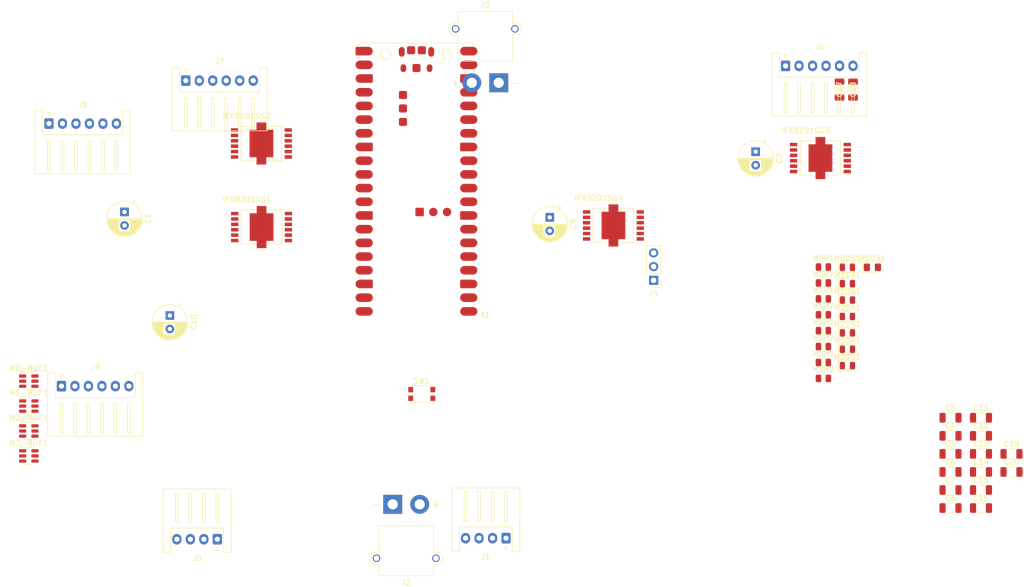
<source format=kicad_pcb>
(kicad_pcb (version 20240108) (generator "pcbnew") (generator_version "8.0")
  (layers (0 "F.Cu" signal) (31 "B.Cu" signal) (34 "B.Paste" user) (35 "F.Paste" user) (36 "B.SilkS" user "B.Silkscreen") (37 "F.SilkS" user "F.Silkscreen") (38 "B.Mask" user) (39 "F.Mask" user) (44 "Edge.Cuts" user))
  (net 0 "")
  (net 1 "3.3v")
  (net 4 "SCK")
  (net 5 "RESET")
  (net 8 "PICO TX")
  (net 9 "PICO RX")
  (net 10 "CSN")
  (net 15 "ADC")
  (net 17 "GND")
  (net 18 "+VM")
  (net 19 "M0-PWM")
  (net 20 "M0-SO")
  (net 21 "M0-B")
  (net 22 "M0-A")
  (net 23 "M0-DIR")
  (net 24 "M0-DIS")
  (net 25 "M1-PWM")
  (net 26 "M1-B")
  (net 27 "M1-DIS")
  (net 28 "M1-SO")
  (net 29 "M1-DIR")
  (net 30 "M1-A")
  (net 31 "M2-DIR")
  (net 32 "M2-SO")
  (net 33 "M2-DIS")
  (net 34 "M2-PWM")
  (net 35 "M2-A")
  (net 36 "M2-B")
  (net 37 "M3-DIR")
  (net 38 "M3-A")
  (net 39 "M3-B")
  (net 40 "M3-PWM")
  (net 41 "M3-DIS")
  (net 42 "Net-(A1-USB_GND)")
  (net 43 "Net-(A1-USB_DP)")
  (net 44 "Net-(A1-USB_DM)")
  (net 45 "GPIO17")
  (net 46 "5v")
  (net 47 "GPIO14")
  (net 48 "GPIO0")
  (net 49 "GPIO1")
  (net 50 "GPIO22")
  (net 51 "GPIO16")
  (net 52 "GPIO21")
  (net 53 "GPIO15")
  (net 54 "M3-Enc-A")
  (net 55 "M3-Enc-B")
  (net 56 "M2-Enc-B")
  (net 57 "M2-Enc-A")
  (net 58 "M1-Enc-B")
  (net 59 "M1-Enc-A")
  (net 60 "M0-Enc-B")
  (net 61 "M0-Enc-A")
  (net 62 "SERVO")
  (net 63 "12v")
  (net 64 "Net-(IFX9201SG1-VSO)")
  (net 65 "Net-(IFX9201SG2-VSO)")
  (net 66 "Net-(IFX9201SG3-VSO)")
  (net 67 "Net-(IFX9201SG4-VSO)")
  (net 68 "Net-(J6-Pin_5)")
  (net 69 "Net-(J6-Pin_6)")
  (net 70 "Net-(J7-Pin_5)")
  (net 71 "Net-(J7-Pin_6)")
  (net 72 "Net-(M0DA1-A)")
  (net 73 "Net-(M0DB1-A)")
  (net 74 "Net-(M1DA1-A)")
  (net 75 "Net-(M1DB1-A)")
  (net 76 "Net-(M2DA1-A)")
  (net 77 "Net-(M2DB1-A)")
  (net 78 "Net-(M3DA1-A)")
  (net 79 "Net-(M3DB1-A)")
  (net 80 "Net-(A1-VBUS)")
  (net 81 "Net-(J8-Pin_5)")
  (net 82 "Net-(J8-Pin_6)")
  (net 83 "Net-(J9-Pin_5)")
  (net 84 "Net-(J9-Pin_6)")
  (net 85 "Net-(J4-Pin_1)")
  (footprint "Connector_JST:JST_XH_S6B-XH-A_1x06_P2.50mm_Horizontal" (layer "F.Cu") (at 88.85 45.8325)
    (property "Reference" "J7" (at 6.25 -3.5 0) (layer "F.SilkS"))
    (property "Value" "M1")
    (pad "1" thru_hole roundrect (at 0 0) (size 1.7 1.95) (drill 0.95) (layers "*.Cu" "*.Mask") (roundrect_rratio 0.147059) (net 58 "M1-Enc-B"))
    (pad "2" thru_hole oval (at 2.5 0) (size 1.7 1.95) (drill 0.95) (layers "*.Cu" "*.Mask") (net 59 "M1-Enc-A"))
    (pad "3" thru_hole oval (at 5 0) (size 1.7 1.95) (drill 0.95) (layers "*.Cu" "*.Mask") (net 46 "5v"))
    (pad "4" thru_hole oval (at 7.5 0) (size 1.7 1.95) (drill 0.95) (layers "*.Cu" "*.Mask") (net 17 "GND"))
    (pad "5" thru_hole oval (at 10 0) (size 1.7 1.95) (drill 0.95) (layers "*.Cu" "*.Mask") (net 70 "Net-(J7-Pin_5)"))
    (pad "6" thru_hole oval (at 12.5 0) (size 1.7 1.95) (drill 0.95) (layers "*.Cu" "*.Mask") (net 71 "Net-(J7-Pin_6)"))
  )
  (footprint "Capacitor_SMD:C_1206_3216Metric" (layer "F.Cu") (at 230.5675 125.115)
    (property "Reference" "C8" (at 0 -1.85 0) (layer "F.SilkS"))
    (property "Value" "10n")
    (pad "1" smd roundrect (at -1.475 0) (size 1.15 1.8) (layers "F.Cu" "F.Paste" "F.Mask") (roundrect_rratio 0.217391) (net 22 "M0-A"))
    (pad "2" smd roundrect (at 1.475 0) (size 1.15 1.8) (layers "F.Cu" "F.Paste" "F.Mask") (roundrect_rratio 0.217391) (net 69 "Net-(J6-Pin_6)"))
  )
  (footprint "Capacitor_SMD:C_1206_3216Metric" (layer "F.Cu") (at 236.2175 121.765)
    (property "Reference" "C15" (at 0 -1.85 0) (layer "F.SilkS"))
    (property "Value" "10n")
    (pad "1" smd roundrect (at -1.475 0) (size 1.15 1.8) (layers "F.Cu" "F.Paste" "F.Mask") (roundrect_rratio 0.217391) (net 70 "Net-(J7-Pin_5)"))
    (pad "2" smd roundrect (at 1.475 0) (size 1.15 1.8) (layers "F.Cu" "F.Paste" "F.Mask") (roundrect_rratio 0.217391) (net 26 "M1-B"))
  )
  (footprint "Resistor_SMD:R_0805_2012Metric" (layer "F.Cu") (at 207.0125 98.115)
    (property "Reference" "M3R1" (at 0 -1.65 0) (layer "F.SilkS"))
    (property "Value" "R_Small")
    (pad "1" smd roundrect (at -0.9125 0) (size 1.025 1.4) (layers "F.Cu" "F.Paste" "F.Mask") (roundrect_rratio 0.243902) (net 49 "GPIO1"))
    (pad "2" smd roundrect (at 0.9125 0) (size 1.025 1.4) (layers "F.Cu" "F.Paste" "F.Mask") (roundrect_rratio 0.243902) (net 78 "Net-(M3DA1-A)"))
  )
  (footprint "Capacitor_THT:CP_Radial_D6.3mm_P2.50mm" (layer "F.Cu") (at 194.4625 59.017621 -90)
    (property "Reference" "C2" (at 1.25 -4.4 90) (layer "F.SilkS"))
    (property "Value" "100uF")
    (pad "1" thru_hole rect (at 0 0 270) (size 1.6 1.6) (drill 0.8) (layers "*.Cu" "*.Mask") (net 18 "+VM"))
    (pad "2" thru_hole circle (at 2.5 0 270) (size 1.6 1.6) (drill 0.8) (layers "*.Cu" "*.Mask") (net 17 "GND"))
  )
  (footprint "Capacitor_SMD:C_1206_3216Metric" (layer "F.Cu") (at 236.2175 125.115)
    (property "Reference" "C16" (at 0 -1.85 0) (layer "F.SilkS"))
    (property "Value" "10n")
    (pad "1" smd roundrect (at -1.475 0) (size 1.15 1.8) (layers "F.Cu" "F.Paste" "F.Mask") (roundrect_rratio 0.217391) (net 30 "M1-A"))
    (pad "2" smd roundrect (at 1.475 0) (size 1.15 1.8) (layers "F.Cu" "F.Paste" "F.Mask") (roundrect_rratio 0.217391) (net 71 "Net-(J7-Pin_6)"))
  )
  (footprint "Capacitor_SMD:C_1206_3216Metric" (layer "F.Cu") (at 236.2175 115.065)
    (property "Reference" "C13" (at 0 -1.85 0) (layer "F.SilkS"))
    (property "Value" "100n")
    (pad "1" smd roundrect (at -1.475 0) (size 1.15 1.8) (layers "F.Cu" "F.Paste" "F.Mask") (roundrect_rratio 0.217391) (net 1 "3.3v"))
    (pad "2" smd roundrect (at 1.475 0) (size 1.15 1.8) (layers "F.Cu" "F.Paste" "F.Mask") (roundrect_rratio 0.217391) (net 67 "Net-(IFX9201SG4-VSO)"))
  )
  (footprint "Resistor_SMD:R_0805_2012Metric" (layer "F.Cu") (at 207.0125 86.315)
    (property "Reference" "M1R1" (at 0 -1.65 0) (layer "F.SilkS"))
    (property "Value" "R_Small")
    (pad "1" smd roundrect (at -0.9125 0) (size 1.025 1.4) (layers "F.Cu" "F.Paste" "F.Mask") (roundrect_rratio 0.243902) (net 53 "GPIO15"))
    (pad "2" smd roundrect (at 0.9125 0) (size 1.025 1.4) (layers "F.Cu" "F.Paste" "F.Mask") (roundrect_rratio 0.243902) (net 74 "Net-(M1DA1-A)"))
  )
  (footprint "Capacitor_SMD:C_1206_3216Metric" (layer "F.Cu") (at 230.5675 118.415)
    (property "Reference" "C6" (at 0 -1.85 0) (layer "F.SilkS"))
    (property "Value" "100n")
    (pad "1" smd roundrect (at -1.475 0) (size 1.15 1.8) (layers "F.Cu" "F.Paste" "F.Mask") (roundrect_rratio 0.217391) (net 1 "3.3v"))
    (pad "2" smd roundrect (at 1.475 0) (size 1.15 1.8) (layers "F.Cu" "F.Paste" "F.Mask") (roundrect_rratio 0.217391) (net 65 "Net-(IFX9201SG2-VSO)"))
  )
  (footprint "Connector_AMASS:AMASS_XT30PW-M_1x02_P2.50mm_Horizontal" (layer "F.Cu") (at 146.85 46.2325)
    (property "Reference" "J3" (at -2.5 -14.5 0) (layer "F.SilkS"))
    (property "Value" "Ext Power")
    (fp_text user "-" (at 3 0 0) (layer "F.SilkS") (effects (font (size 1.5 1.5))))
    (fp_text user "+" (at -8 0 0) (layer "F.SilkS") (effects (font (size 1.5 1.5))))
    (pad "" thru_hole circle (at -8 -10) (size 1.4 1.4) (drill 1) (layers "*.Cu" "*.Mask"))
    (pad "" thru_hole circle (at 3 -10) (size 1.4 1.4) (drill 1) (layers "*.Cu" "*.Mask"))
    (pad "1" thru_hole rect (at 0 0) (size 3.5 3.5) (drill 1.9) (layers "*.Cu" "*.Mask") (net 63 "12v"))
    (pad "2" thru_hole circle (at -5 0) (size 3.5 3.5) (drill 1.9) (layers "*.Cu" "*.Mask") (net 46 "5v"))
  )
  (footprint "Button_Switch_SMD:SW_Push_1P1T_NO_CK_KMR2" (layer "F.Cu") (at 132.58 103.955)
    (property "Reference" "SW1" (at 0 -2.45 0) (layer "F.SilkS"))
    (property "Value" "SW_Push")
    (pad "1" smd rect (at -2.05 -0.8) (size 0.9 1) (layers "F.Cu" "F.Paste" "F.Mask") (net 5 "RESET"))
    (pad "1" smd rect (at 2.05 -0.8) (size 0.9 1) (layers "F.Cu" "F.Paste" "F.Mask") (net 5 "RESET"))
    (pad "2" smd rect (at -2.05 0.8) (size 0.9 1) (layers "F.Cu" "F.Paste" "F.Mask") (net 17 "GND"))
    (pad "2" smd rect (at 2.05 0.8) (size 0.9 1) (layers "F.Cu" "F.Paste" "F.Mask") (net 17 "GND"))
  )
  (footprint "LED_SMD:LED_0805_2012Metric" (layer "F.Cu") (at 211.4625 92.62)
    (property "Reference" "M2DB1" (at 0 -1.65 0) (layer "F.SilkS"))
    (property "Value" "LED")
    (pad "1" smd roundrect (at -0.9375 0) (size 0.975 1.4) (layers "F.Cu" "F.Paste" "F.Mask") (net 17 "GND"))
    (pad "2" smd roundrect (at 0.9375 0) (size 0.975 1.4) (layers "F.Cu" "F.Paste" "F.Mask") (net 77 "Net-(M2DB1-A)"))
  )
  (footprint "LED_SMD:LED_0805_2012Metric" (layer "F.Cu") (at 211.4625 83.5)
    (property "Reference" "M1DA1" (at 0 -1.65 0) (layer "F.SilkS"))
    (property "Value" "LED")
    (pad "1" smd roundrect (at -0.9375 0) (size 0.975 1.4) (layers "F.Cu" "F.Paste" "F.Mask") (net 17 "GND"))
    (pad "2" smd roundrect (at 0.9375 0) (size 0.975 1.4) (layers "F.Cu" "F.Paste" "F.Mask") (net 74 "Net-(M1DA1-A)"))
  )
  (footprint "Capacitor_SMD:C_1206_3216Metric" (layer "F.Cu") (at 230.5675 111.715)
    (property "Reference" "C4" (at 0 -1.85 0) (layer "F.SilkS"))
    (property "Value" "100n")
    (pad "1" smd roundrect (at -1.475 0) (size 1.15 1.8) (layers "F.Cu" "F.Paste" "F.Mask") (roundrect_rratio 0.217391) (net 18 "+VM"))
    (pad "2" smd roundrect (at 1.475 0) (size 1.15 1.8) (layers "F.Cu" "F.Paste" "F.Mask") (roundrect_rratio 0.217391) (net 17 "GND"))
  )
  (footprint "Capacitor_SMD:C_1206_3216Metric" (layer "F.Cu") (at 230.5675 115.065)
    (property "Reference" "C5" (at 0 -1.85 0) (layer "F.SilkS"))
    (property "Value" "100n")
    (pad "1" smd roundrect (at -1.475 0) (size 1.15 1.8) (layers "F.Cu" "F.Paste" "F.Mask") (roundrect_rratio 0.217391) (net 1 "3.3v"))
    (pad "2" smd roundrect (at 1.475 0) (size 1.15 1.8) (layers "F.Cu" "F.Paste" "F.Mask") (roundrect_rratio 0.217391) (net 64 "Net-(IFX9201SG1-VSO)"))
  )
  (footprint "9201SG:PG_DSO_12_17" (layer "F.Cu") (at 206.4625 60.2)
    (property "Reference" "IFX9201SG3" (at -2.725 -5.085 360) (layer "F.SilkS"))
    (property "Value" "M2")
    (pad "1" smd rect (at -4.975 -2.5) (size 1.35 0.65) (layers "F.Cu" "F.Paste" "F.Mask") (net 31 "M2-DIR"))
    (pad "2" smd rect (at -4.975 -1.5) (size 1.35 0.65) (layers "F.Cu" "F.Paste" "F.Mask") (net 66 "Net-(IFX9201SG3-VSO)"))
    (pad "3" smd rect (at -4.975 -0.5) (size 1.35 0.65) (layers "F.Cu" "F.Paste" "F.Mask") (net 32 "M2-SO"))
    (pad "4" smd rect (at -4.975 0.5) (size 1.35 0.65) (layers "F.Cu" "F.Paste" "F.Mask") (net 18 "+VM"))
    (pad "5" smd rect (at -4.975 1.5) (size 1.35 0.65) (layers "F.Cu" "F.Paste" "F.Mask") (net 35 "M2-A"))
    (pad "6" smd rect (at -4.975 2.5) (size 1.35 0.65) (layers "F.Cu" "F.Paste" "F.Mask") (net 17 "GND"))
    (pad "7" smd rect (at 4.975 2.5) (size 1.35 0.65) (layers "F.Cu" "F.Paste" "F.Mask") (net 36 "M2-B"))
    (pad "8" smd rect (at 4.975 1.5) (size 1.35 0.65) (layers "F.Cu" "F.Paste" "F.Mask") (net 28 "M1-SO"))
    (pad "9" smd rect (at 4.975 0.5) (size 1.35 0.65) (layers "F.Cu" "F.Paste" "F.Mask") (net 10 "CSN"))
    (pad "10" smd rect (at 4.975 -0.5) (size 1.35 0.65) (layers "F.Cu" "F.Paste" "F.Mask") (net 4 "SCK"))
    (pad "11" smd rect (at 4.975 -1.5) (size 1.35 0.65) (layers "F.Cu" "F.Paste" "F.Mask") (net 33 "M2-DIS"))
    (pad "12" smd rect (at 4.975 -2.5) (size 1.35 0.65) (layers "F.Cu" "F.Paste" "F.Mask") (net 34 "M2-PWM"))
    (pad "13" smd custom (at 0 0) (size 0.5 0.5) (layers "F.Cu") (net 17 "GND") (options (clearance outline) (anchor rect)) (primitives (gr_poly (pts (xy -0.9 -3.9) (xy 0.9 -3.9) (xy 0.9 -2.55) (xy 2.2 -2.55) (xy 2.2 2.55) (xy 0.9 2.55) (xy 0.9 3.9) (xy -0.9 3.9) (xy -0.9 2.55) (xy -2.2 2.55) (xy -2.2 -2.55) (xy -0.9 -2.55)) (width 0.01) (fill yes))))
  )
  (footprint "9201SG:PG_DSO_12_17" (layer "F.Cu") (at 102.9 73)
    (property "Reference" "IFX9201SG1" (at -2.725 -5.085 0) (layer "F.SilkS"))
    (property "Value" "M1")
    (pad "1" smd rect (at -4.975 -2.5) (size 1.35 0.65) (layers "F.Cu" "F.Paste" "F.Mask") (net 29 "M1-DIR"))
    (pad "2" smd rect (at -4.975 -1.5) (size 1.35 0.65) (layers "F.Cu" "F.Paste" "F.Mask") (net 64 "Net-(IFX9201SG1-VSO)"))
    (pad "3" smd rect (at -4.975 -0.5) (size 1.35 0.65) (layers "F.Cu" "F.Paste" "F.Mask") (net 28 "M1-SO"))
    (pad "4" smd rect (at -4.975 0.5) (size 1.35 0.65) (layers "F.Cu" "F.Paste" "F.Mask") (net 18 "+VM"))
    (pad "5" smd rect (at -4.975 1.5) (size 1.35 0.65) (layers "F.Cu" "F.Paste" "F.Mask") (net 30 "M1-A"))
    (pad "6" smd rect (at -4.975 2.5) (size 1.35 0.65) (layers "F.Cu" "F.Paste" "F.Mask") (net 17 "GND"))
    (pad "7" smd rect (at 4.975 2.5) (size 1.35 0.65) (layers "F.Cu" "F.Paste" "F.Mask") (net 26 "M1-B"))
    (pad "8" smd rect (at 4.975 1.5) (size 1.35 0.65) (layers "F.Cu" "F.Paste" "F.Mask") (net 20 "M0-SO"))
    (pad "9" smd rect (at 4.975 0.5) (size 1.35 0.65) (layers "F.Cu" "F.Paste" "F.Mask") (net 10 "CSN"))
    (pad "10" smd rect (at 4.975 -0.5) (size 1.35 0.65) (layers "F.Cu" "F.Paste" "F.Mask") (net 4 "SCK"))
    (pad "11" smd rect (at 4.975 -1.5) (size 1.35 0.65) (layers "F.Cu" "F.Paste" "F.Mask") (net 27 "M1-DIS"))
    (pad "12" smd rect (at 4.975 -2.5) (size 1.35 0.65) (layers "F.Cu" "F.Paste" "F.Mask") (net 25 "M1-PWM"))
    (pad "13" smd custom (at 0 0) (size 0.5 0.5) (layers "F.Cu") (net 17 "GND") (options (clearance outline) (anchor rect)) (primitives (gr_poly (pts (xy -0.9 -3.9) (xy 0.9 -3.9) (xy 0.9 -2.55) (xy 2.2 -2.55) (xy 2.2 2.55) (xy 0.9 2.55) (xy 0.9 3.9) (xy -0.9 3.9) (xy -0.9 2.55) (xy -2.2 2.55) (xy -2.2 -2.55) (xy -0.9 -2.55)) (width 0.01) (fill yes))))
  )
  (footprint "Capacitor_THT:CP_Radial_D6.3mm_P2.50mm" (layer "F.Cu") (at 85.9 89.4 -90)
    (property "Reference" "C10" (at 1.25 -4.4 90) (layer "F.SilkS"))
    (property "Value" "100uF")
    (pad "1" thru_hole rect (at 0 0 270) (size 1.6 1.6) (drill 0.8) (layers "*.Cu" "*.Mask") (net 18 "+VM"))
    (pad "2" thru_hole circle (at 2.5 0 270) (size 1.6 1.6) (drill 0.8) (layers "*.Cu" "*.Mask") (net 17 "GND"))
  )
  (footprint "Capacitor_THT:CP_Radial_D6.3mm_P2.50mm" (layer "F.Cu") (at 156.3 71.2 -90)
    (property "Reference" "C9" (at 1.25 -4.4 90) (layer "F.SilkS"))
    (property "Value" "100uF")
    (pad "1" thru_hole rect (at 0 0 270) (size 1.6 1.6) (drill 0.8) (layers "*.Cu" "*.Mask") (net 18 "+VM"))
    (pad "2" thru_hole circle (at 2.5 0 270) (size 1.6 1.6) (drill 0.8) (layers "*.Cu" "*.Mask") (net 17 "GND"))
  )
  (footprint "9201SG:PG_DSO_12_17" (layer "F.Cu") (at 168.1 72.7)
    (property "Reference" "IFX9201SG4" (at -2.725 -5.085 0) (layer "F.SilkS"))
    (property "Value" "M0")
    (pad "1" smd rect (at -4.975 -2.5) (size 1.35 0.65) (layers "F.Cu" "F.Paste" "F.Mask") (net 23 "M0-DIR"))
    (pad "2" smd rect (at -4.975 -1.5) (size 1.35 0.65) (layers "F.Cu" "F.Paste" "F.Mask") (net 67 "Net-(IFX9201SG4-VSO)"))
    (pad "3" smd rect (at -4.975 -0.5) (size 1.35 0.65) (layers "F.Cu" "F.Paste" "F.Mask") (net 20 "M0-SO"))
    (pad "4" smd rect (at -4.975 0.5) (size 1.35 0.65) (layers "F.Cu" "F.Paste" "F.Mask") (net 18 "+VM"))
    (pad "5" smd rect (at -4.975 1.5) (size 1.35 0.65) (layers "F.Cu" "F.Paste" "F.Mask") (net 22 "M0-A"))
    (pad "6" smd rect (at -4.975 2.5) (size 1.35 0.65) (layers "F.Cu" "F.Paste" "F.Mask") (net 17 "GND"))
    (pad "7" smd rect (at 4.975 2.5) (size 1.35 0.65) (layers "F.Cu" "F.Paste" "F.Mask") (net 21 "M0-B"))
    (pad "8" smd rect (at 4.975 1.5) (size 1.35 0.65) (layers "F.Cu" "F.Paste" "F.Mask") (net 8 "PICO TX"))
    (pad "9" smd rect (at 4.975 0.5) (size 1.35 0.65) (layers "F.Cu" "F.Paste" "F.Mask") (net 10 "CSN"))
    (pad "10" smd rect (at 4.975 -0.5) (size 1.35 0.65) (layers "F.Cu" "F.Paste" "F.Mask") (net 4 "SCK"))
    (pad "11" smd rect (at 4.975 -1.5) (size 1.35 0.65) (layers "F.Cu" "F.Paste" "F.Mask") (net 24 "M0-DIS"))
    (pad "12" smd rect (at 4.975 -2.5) (size 1.35 0.65) (layers "F.Cu" "F.Paste" "F.Mask") (net 19 "M0-PWM"))
    (pad "13" smd custom (at 0 0) (size 0.5 0.5) (layers "F.Cu") (net 17 "GND") (options (clearance outline) (anchor rect)) (primitives (gr_poly (pts (xy -0.9 -3.9) (xy 0.9 -3.9) (xy 0.9 -2.55) (xy 2.2 -2.55) (xy 2.2 2.55) (xy 0.9 2.55) (xy 0.9 3.9) (xy -0.9 3.9) (xy -0.9 2.55) (xy -2.2 2.55) (xy -2.2 -2.55) (xy -0.9 -2.55)) (width 0.01) (fill yes))))
  )
  (footprint "Connector_JST:JST_XH_S6B-XH-A_1x06_P2.50mm_Horizontal" (layer "F.Cu") (at 63.5 53.8)
    (property "Reference" "J8" (at 6.25 -3.5 0) (layer "F.SilkS"))
    (property "Value" "M2")
    (pad "1" thru_hole roundrect (at 0 0) (size 1.7 1.95) (drill 0.95) (layers "*.Cu" "*.Mask") (roundrect_rratio 0.147059) (net 56 "M2-Enc-B"))
    (pad "2" thru_hole oval (at 2.5 0) (size 1.7 1.95) (drill 0.95) (layers "*.Cu" "*.Mask") (net 57 "M2-Enc-A"))
    (pad "3" thru_hole oval (at 5 0) (size 1.7 1.95) (drill 0.95) (layers "*.Cu" "*.Mask") (net 46 "5v"))
    (pad "4" thru_hole oval (at 7.5 0) (size 1.7 1.95) (drill 0.95) (layers "*.Cu" "*.Mask") (net 17 "GND"))
    (pad "5" thru_hole oval (at 10 0) (size 1.7 1.95) (drill 0.95) (layers "*.Cu" "*.Mask") (net 81 "Net-(J8-Pin_5)"))
    (pad "6" thru_hole oval (at 12.5 0) (size 1.7 1.95) (drill 0.95) (layers "*.Cu" "*.Mask") (net 82 "Net-(J8-Pin_6)"))
  )
  (footprint "LED_SMD:LED_0805_2012Metric" (layer "F.Cu") (at 211.4625 95.66)
    (property "Reference" "M3DA1" (at 0 -1.65 0) (layer "F.SilkS"))
    (property "Value" "LED")
    (pad "1" smd roundrect (at -0.9375 0) (size 0.975 1.4) (layers "F.Cu" "F.Paste" "F.Mask") (net 17 "GND"))
    (pad "2" smd roundrect (at 0.9375 0) (size 0.975 1.4) (layers "F.Cu" "F.Paste" "F.Mask") (net 78 "Net-(M3DA1-A)"))
  )
  (footprint "Resistor_SMD:R_0805_2012Metric" (layer "F.Cu") (at 207.0125 95.165)
    (property "Reference" "M2R2" (at 0 -1.65 0) (layer "F.SilkS"))
    (property "Value" "R_Small")
    (pad "1" smd roundrect (at -0.9125 0) (size 1.025 1.4) (layers "F.Cu" "F.Paste" "F.Mask") (roundrect_rratio 0.243902) (net 52 "GPIO21"))
    (pad "2" smd roundrect (at 0.9125 0) (size 1.025 1.4) (layers "F.Cu" "F.Paste" "F.Mask") (roundrect_rratio 0.243902) (net 77 "Net-(M2DB1-A)"))
  )
  (footprint "Connector_JST:JST_XH_S4B-XH-A_1x04_P2.50mm_Horizontal" (layer "F.Cu") (at 148.2 130.7 180)
    (property "Reference" "J1" (at 3.75 -3.5 180) (layer "F.SilkS"))
    (property "Value" "Servo Header")
    (pad "1" thru_hole roundrect (at 0 0 180) (size 1.7 1.95) (drill 0.95) (layers "*.Cu" "*.Mask") (roundrect_rratio 0.147059) (net 63 "12v"))
    (pad "2" thru_hole oval (at 2.5 0 180) (size 1.7 1.95) (drill 0.95) (layers "*.Cu" "*.Mask") (net 17 "GND"))
    (pad "3" thru_hole oval (at 5 0 180) (size 1.7 1.95) (drill 0.95) (layers "*.Cu" "*.Mask") (net 62 "SERVO"))
    (pad "4" thru_hole oval (at 7.5 0 180) (size 1.7 1.95) (drill 0.95) (layers "*.Cu" "*.Mask") (net 15 "ADC"))
  )
  (footprint "Capacitor_SMD:C_1206_3216Metric" (layer "F.Cu") (at 241.8675 118.415)
    (property "Reference" "C20" (at 0 -1.85 0) (layer "F.SilkS"))
    (property "Value" "10n")
    (pad "1" smd roundrect (at -1.475 0) (size 1.15 1.8) (layers "F.Cu" "F.Paste" "F.Mask") (roundrect_rratio 0.217391) (net 38 "M3-A"))
    (pad "2" smd roundrect (at 1.475 0) (size 1.15 1.8) (layers "F.Cu" "F.Paste" "F.Mask") (roundrect_rratio 0.217391) (net 84 "Net-(J9-Pin_6)"))
  )
  (footprint "Capacitor_SMD:C_1206_3216Metric" (layer "F.Cu") (at 230.5675 121.765)
    (property "Reference" "C7" (at 0 -1.85 0) (layer "F.SilkS"))
    (property "Value" "10n")
    (pad "1" smd roundrect (at -1.475 0) (size 1.15 1.8) (layers "F.Cu" "F.Paste" "F.Mask") (roundrect_rratio 0.217391) (net 68 "Net-(J6-Pin_5)"))
    (pad "2" smd roundrect (at 1.475 0) (size 1.15 1.8) (layers "F.Cu" "F.Paste" "F.Mask") (roundrect_rratio 0.217391) (net 21 "M0-B"))
  )
  (footprint "LED_SMD:LED_0805_2012Metric" (layer "F.Cu") (at 211.4625 89.58)
    (property "Reference" "M2DA1" (at 0 -1.65 0) (layer "F.SilkS"))
    (property "Value" "LED")
    (pad "1" smd roundrect (at -0.9375 0) (size 0.975 1.4) (layers "F.Cu" "F.Paste" "F.Mask") (net 17 "GND"))
    (pad "2" smd roundrect (at 0.9375 0) (size 0.975 1.4) (layers "F.Cu" "F.Paste" "F.Mask") (net 76 "Net-(M2DA1-A)"))
  )
  (footprint "Capacitor_SMD:C_1206_3216Metric" (layer "F.Cu") (at 236.2175 108.365)
    (property "Reference" "C11" (at 0 -1.85 0) (layer "F.SilkS"))
    (property "Value" "100n")
    (pad "1" smd roundrect (at -1.475 0) (size 1.15 1.8) (layers "F.Cu" "F.Paste" "F.Mask") (roundrect_rratio 0.217391) (net 18 "+VM"))
    (pad "2" smd roundrect (at 1.475 0) (size 1.15 1.8) (layers "F.Cu" "F.Paste" "F.Mask") (roundrect_rratio 0.217391) (net 17 "GND"))
  )
  (footprint "Resistor_SMD:R_0805_2012Metric" (layer "F.Cu") (at 207.0125 101.065)
    (property "Reference" "M3R2" (at 0 -1.65 0) (layer "F.SilkS"))
    (property "Value" "R_Small")
    (pad "1" smd roundrect (at -0.9125 0) (size 1.025 1.4) (layers "F.Cu" "F.Paste" "F.Mask") (roundrect_rratio 0.243902) (net 48 "GPIO0"))
    (pad "2" smd roundrect (at 0.9125 0) (size 1.025 1.4) (layers "F.Cu" "F.Paste" "F.Mask") (roundrect_rratio 0.243902) (net 79 "Net-(M3DB1-A)"))
  )
  (footprint "Resistor_SMD:R_0805_2012Metric" (layer "F.Cu") (at 207.0125 92.215)
    (property "Reference" "M2R1" (at 0 -1.65 0) (layer "F.SilkS"))
    (property "Value" "R_Small")
    (pad "1" smd roundrect (at -0.9125 0) (size 1.025 1.4) (layers "F.Cu" "F.Paste" "F.Mask") (roundrect_rratio 0.243902) (net 50 "GPIO22"))
    (pad "2" smd roundrect (at 0.9125 0) (size 1.025 1.4) (layers "F.Cu" "F.Paste" "F.Mask") (roundrect_rratio 0.243902) (net 76 "Net-(M2DA1-A)"))
  )
  (footprint "Connector_JST:JST_XH_S6B-XH-A_1x06_P2.50mm_Horizontal" (layer "F.Cu") (at 65.8125 102.5)
    (property "Reference" "J9" (at 6.25 -3.5 0) (layer "F.SilkS"))
    (property "Value" "M3")
    (pad "1" thru_hole roundrect (at 0 0) (size 1.7 1.95) (drill 0.95) (layers "*.Cu" "*.Mask") (roundrect_rratio 0.147059) (net 55 "M3-Enc-B"))
    (pad "2" thru_hole oval (at 2.5 0) (size 1.7 1.95) (drill 0.95) (layers "*.Cu" "*.Mask") (net 54 "M3-Enc-A"))
    (pad "3" thru_hole oval (at 5 0) (size 1.7 1.95) (drill 0.95) (layers "*.Cu" "*.Mask") (net 46 "5v"))
    (pad "4" thru_hole oval (at 7.5 0) (size 1.7 1.95) (drill 0.95) (layers "*.Cu" "*.Mask") (net 17 "GND"))
    (pad "5" thru_hole oval (at 10 0) (size 1.7 1.95) (drill 0.95) (layers "*.Cu" "*.Mask") (net 83 "Net-(J9-Pin_5)"))
    (pad "6" thru_hole oval (at 12.5 0) (size 1.7 1.95) (drill 0.95) (layers "*.Cu" "*.Mask") (net 84 "Net-(J9-Pin_6)"))
  )
  (footprint "Package_TO_SOT_SMD:SOT-23-6" (layer "F.Cu") (at 59.7625 106.2)
    (property "Reference" "M1-BUF1" (at 0 -2.4 0) (layer "F.SilkS"))
    (property "Value" "SN74LVC2G14")
    (pad "1" smd roundrect (at -1.1375 -0.95) (size 1.325 0.6) (layers "F.Cu" "F.Paste" "F.Mask") (net 59 "M1-Enc-A"))
    (pad "2" smd roundrect (at -1.1375 0) (size 1.325 0.6) (layers "F.Cu" "F.Paste" "F.Mask") (net 17 "GND"))
    (pad "3" smd roundrect (at -1.1375 0.95) (size 1.325 0.6) (layers "F.Cu" "F.Paste" "F.Mask") (net 58 "M1-Enc-B"))
    (pad "4" smd roundrect (at 1.1375 0.95) (size 1.325 0.6) (layers "F.Cu" "F.Paste" "F.Mask") (net 47 "GPIO14"))
    (pad "5" smd roundrect (at 1.1375 0) (size 1.325 0.6) (layers "F.Cu" "F.Paste" "F.Mask") (net 46 "5v"))
    (pad "6" smd roundrect (at 1.1375 -0.95) (size 1.325 0.6) (layers "F.Cu" "F.Paste" "F.Mask") (net 53 "GPIO15"))
  )
  (footprint "Package_TO_SOT_SMD:SOT-23-6" (layer "F.Cu") (at 59.7625 115.45)
    (property "Reference" "M3-BUF1" (at 0 -2.4 0) (layer "F.SilkS"))
    (property "Value" "SN74LVC2G14")
    (pad "1" smd roundrect (at -1.1375 -0.95) (size 1.325 0.6) (layers "F.Cu" "F.Paste" "F.Mask") (net 54 "M3-Enc-A"))
    (pad "2" smd roundrect (at -1.1375 0) (size 1.325 0.6) (layers "F.Cu" "F.Paste" "F.Mask") (net 17 "GND"))
    (pad "3" smd roundrect (at -1.1375 0.95) (size 1.325 0.6) (layers "F.Cu" "F.Paste" "F.Mask") (net 55 "M3-Enc-B"))
    (pad "4" smd roundrect (at 1.1375 0.95) (size 1.325 0.6) (layers "F.Cu" "F.Paste" "F.Mask") (net 48 "GPIO0"))
    (pad "5" smd roundrect (at 1.1375 0) (size 1.325 0.6) (layers "F.Cu" "F.Paste" "F.Mask") (net 46 "5v"))
    (pad "6" smd roundrect (at 1.1375 -0.95) (size 1.325 0.6) (layers "F.Cu" "F.Paste" "F.Mask") (net 49 "GPIO1"))
  )
  (footprint "Capacitor_SMD:C_1206_3216Metric" (layer "F.Cu") (at 241.8675 115.065)
    (property "Reference" "C19" (at 0 -1.85 0) (layer "F.SilkS"))
    (property "Value" "10n")
    (pad "1" smd roundrect (at -1.475 0) (size 1.15 1.8) (layers "F.Cu" "F.Paste" "F.Mask") (roundrect_rratio 0.217391) (net 83 "Net-(J9-Pin_5)"))
    (pad "2" smd roundrect (at 1.475 0) (size 1.15 1.8) (layers "F.Cu" "F.Paste" "F.Mask") (roundrect_rratio 0.217391) (net 39 "M3-B"))
  )
  (footprint "Connector_PinHeader_2.54mm:PinHeader_1x03_P2.54mm_Vertical" (layer "F.Cu") (at 175.55 82.8675 180)
    (property "Reference" "J4" (at 0 -2.33 180) (layer "F.SilkS"))
    (property "Value" "USB_PWR")
    (pad "1" thru_hole rect (at 0 0 180) (size 1.7 1.7) (drill 1) (layers "*.Cu" "*.Mask") (net 85 "Net-(J4-Pin_1)"))
    (pad "2" thru_hole oval (at 0 2.54 180) (size 1.7 1.7) (drill 1) (layers "*.Cu" "*.Mask") (net 80 "Net-(A1-VBUS)"))
    (pad "3" thru_hole oval (at 0 5.08 180) (size 1.7 1.7) (drill 1) (layers "*.Cu" "*.Mask") (net 46 "5v"))
  )
  (footprint "Capacitor_THT:CP_Radial_D6.3mm_P2.50mm" (layer "F.Cu") (at 77.5 70.2 -90)
    (property "Reference" "C1" (at 1.25 -4.4 90) (layer "F.SilkS"))
    (property "Value" "100uF")
    (pad "1" thru_hole rect (at 0 0 270) (size 1.6 1.6) (drill 0.8) (layers "*.Cu" "*.Mask") (net 18 "+VM"))
    (pad "2" thru_hole circle (at 2.5 0 270) (size 1.6 1.6) (drill 0.8) (layers "*.Cu" "*.Mask") (net 17 "GND"))
  )
  (footprint "Resistor_SMD:R_0805_2012Metric" (layer "F.Cu") (at 207.0125 89.265)
    (property "Reference" "M1R2" (at 0 -1.65 0) (layer "F.SilkS"))
    (property "Value" "R_Small")
    (pad "1" smd roundrect (at -0.9125 0) (size 1.025 1.4) (layers "F.Cu" "F.Paste" "F.Mask") (roundrect_rratio 0.243902) (net 47 "GPIO14"))
    (pad "2" smd roundrect (at 0.9125 0) (size 1.025 1.4) (layers "F.Cu" "F.Paste" "F.Mask") (roundrect_rratio 0.243902) (net 75 "Net-(M1DB1-A)"))
  )
  (footprint "LED_SMD:LED_0805_2012Metric_Pad1.15x1.40mm_HandSolder" (layer "F.Cu") (at 216.0875 80.46)
    (property "Reference" "M0DA1" (at 0 -1.65 0) (layer "F.SilkS"))
    (property "Value" "LED")
    (pad "1" smd roundrect (at -1.025 0) (size 1.15 1.4) (layers "F.Cu" "F.Paste" "F.Mask") (roundrect_rratio 0.217391) (net 17 "GND"))
    (pad "2" smd roundrect (at 1.025 0) (size 1.15 1.4) (layers "F.Cu" "F.Paste" "F.Mask") (roundrect_rratio 0.217391) (net 72 "Net-(M0DA1-A)"))
  )
  (footprint "Capacitor_SMD:C_1206_3216Metric" (layer "F.Cu") (at 210 47.5 -90)
    (property "Reference" "C17" (at 0 0 90) (layer "F.SilkS"))
    (property "Value" "10n")
    (pad "1" smd roundrect (at -1.475 0 270) (size 1.15 1.8) (layers "F.Cu" "F.Paste" "F.Mask") (roundrect_rratio 0.217391) (net 81 "Net-(J8-Pin_5)"))
    (pad "2" smd roundrect (at 1.475 0 270) (size 1.15 1.8) (layers "F.Cu" "F.Paste" "F.Mask") (roundrect_rratio 0.217391) (net 36 "M2-B"))
  )
  (footprint "Capacitor_SMD:C_1206_3216Metric" (layer "F.Cu") (at 236.2175 118.415)
    (property "Reference" "C14" (at 0 -1.85 0) (layer "F.SilkS"))
    (property "Value" "100n")
    (pad "1" smd roundrect (at -1.475 0) (size 1.15 1.8) (layers "F.Cu" "F.Paste" "F.Mask") (roundrect_rratio 0.217391) (net 1 "3.3v"))
    (pad "2" smd roundrect (at 1.475 0) (size 1.15 1.8) (layers "F.Cu" "F.Paste" "F.Mask") (roundrect_rratio 0.217391) (net 66 "Net-(IFX9201SG3-VSO)"))
  )
  (footprint "Connector_JST:JST_XH_S4B-XH-A_1x04_P2.50mm_Horizontal" (layer "F.Cu") (at 94.7 130.9 180)
    (property "Reference" "J5" (at 3.75 -3.5 180) (layer "F.SilkS"))
    (property "Value" "USB Header")
    (pad "1" thru_hole roundrect (at 0 0 180) (size 1.7 1.95) (drill 0.95) (layers "*.Cu" "*.Mask") (roundrect_rratio 0.147059) (net 42 "Net-(A1-USB_GND)"))
    (pad "2" thru_hole oval (at 2.5 0 180) (size 1.7 1.95) (drill 0.95) (layers "*.Cu" "*.Mask") (net 44 "Net-(A1-USB_DM)"))
    (pad "3" thru_hole oval (at 5 0 180) (size 1.7 1.95) (drill 0.95) (layers "*.Cu" "*.Mask") (net 43 "Net-(A1-USB_DP)"))
    (pad "4" thru_hole oval (at 7.5 0 180) (size 1.7 1.95) (drill 0.95) (layers "*.Cu" "*.Mask") (net 85 "Net-(J4-Pin_1)"))
  )
  (footprint "Capacitor_SMD:C_1206_3216Metric" (layer "F.Cu") (at 212.5 47.5 90)
    (property "Reference" "C18" (at 0 0 90) (layer "F.SilkS"))
    (property "Value" "10n")
    (pad "1" smd roundrect (at -1.475 0 90) (size 1.15 1.8) (layers "F.Cu" "F.Paste" "F.Mask") (roundrect_rratio 0.217391) (net 35 "M2-A"))
    (pad "2" smd roundrect (at 1.475 0 90) (size 1.15 1.8) (layers "F.Cu" "F.Paste" "F.Mask") (roundrect_rratio 0.217391) (net 82 "Net-(J8-Pin_6)"))
  )
  (footprint "Module_RaspberryPi_Pico:RaspberryPi_Pico_W_SMD" (layer "F.Cu") (at 131.6 64.5)
    (property "Reference" "A1" (at 11.7475 24.765 0) (layer "F.SilkS") (effects (justify left)))
    (property "Value" "RaspberryPi_Pico_W")
    (pad "" smd rect (at -8.89 -24.13) (size 3.8 2.2) (drill (offset -0.8 0)) (layers "F.Paste"))
    (pad "" smd rect (at -8.89 -21.59) (size 3.8 2.2) (drill (offset -0.8 0)) (layers "F.Paste"))
    (pad "" smd rect (at -8.89 -19.05) (size 3.8 2.2) (drill (offset -0.8 0)) (layers "F.Paste"))
    (pad "" smd rect (at -8.89 -16.51) (size 3.8 2.2) (drill (offset -0.8 0)) (layers "F.Paste"))
    (pad "" smd rect (at -8.89 -13.97) (size 3.8 2.2) (drill (offset -0.8 0)) (layers "F.Paste"))
    (pad "" smd rect (at -8.89 -11.43) (size 3.8 2.2) (drill (offset -0.8 0)) (layers "F.Paste"))
    (pad "" smd rect (at -8.89 -8.89) (size 3.8 2.2) (drill (offset -0.8 0)) (layers "F.Paste"))
    (pad "" smd rect (at -8.89 -6.35) (size 3.8 2.2) (drill (offset -0.8 0)) (layers "F.Paste"))
    (pad "" smd rect (at -8.89 -3.81) (size 3.8 2.2) (drill (offset -0.8 0)) (layers "F.Paste"))
    (pad "" smd rect (at -8.89 -1.27) (size 3.8 2.2) (drill (offset -0.8 0)) (layers "F.Paste"))
    (pad "" smd rect (at -8.89 1.27) (size 3.8 2.2) (drill (offset -0.8 0)) (layers "F.Paste"))
    (pad "" smd rect (at -8.89 3.81) (size 3.8 2.2) (drill (offset -0.8 0)) (layers "F.Paste"))
    (pad "" smd rect (at -8.89 6.35) (size 3.8 2.2) (drill (offset -0.8 0)) (layers "F.Paste"))
    (pad "" smd rect (at -8.89 8.89) (size 3.8 2.2) (drill (offset -0.8 0)) (layers "F.Paste"))
    (pad "" smd rect (at -8.89 11.43) (size 3.8 2.2) (drill (offset -0.8 0)) (layers "F.Paste"))
    (pad "" smd rect (at -8.89 13.97) (size 3.8 2.2) (drill (offset -0.8 0)) (layers "F.Paste"))
    (pad "" smd rect (at -8.89 16.51) (size 3.8 2.2) (drill (offset -0.8 0)) (layers "F.Paste"))
    (pad "" smd rect (at -8.89 19.05) (size 3.8 2.2) (drill (offset -0.8 0)) (layers "F.Paste"))
    (pad "" smd rect (at -8.89 21.59) (size 3.8 2.2) (drill (offset -0.8 0)) (layers "F.Paste"))
    (pad "" smd rect (at -8.89 24.13) (size 3.8 2.2) (drill (offset -0.8 0)) (layers "F.Paste"))
    (pad "" smd oval (at -2.725 -24) (size 1.1 1.8) (layers "F.Cu" "F.Paste" "F.Mask"))
    (pad "" smd oval (at -2.425 -20.97) (size 1.05 1.45) (layers "F.Cu" "F.Paste" "F.Mask"))
    (pad "" smd oval (at 2.425 -20.97) (size 1.05 1.45) (layers "F.Cu" "F.Paste" "F.Mask"))
    (pad "" smd oval (at 2.725 -24) (size 1.1 1.8) (layers "F.Cu" "F.Paste" "F.Mask"))
    (pad "" smd rect (at 8.89 -24.13) (size 3.8 2.2) (drill (offset 0.8 0)) (layers "F.Paste"))
    (pad "" smd rect (at 8.89 -21.59) (size 3.8 2.2) (drill (offset 0.8 0)) (layers "F.Paste"))
    (pad "" smd rect (at 8.89 -19.05) (size 3.8 2.2) (drill (offset 0.8 0)) (layers "F.Paste"))
    (pad "" smd rect (at 8.89 -16.51) (size 3.8 2.2) (drill (offset 0.8 0)) (layers "F.Paste"))
    (pad "" smd rect (at 8.89 -13.97) (size 3.8 2.2) (drill (offset 0.8 0)) (layers "F.Paste"))
    (pad "" smd rect (at 8.89 -11.43) (size 3.8 2.2) (drill (offset 0.8 0)) (layers "F.Paste"))
    (pad "" smd rect (at 8.89 -8.89) (size 3.8 2.2) (drill (offset 0.8 0)) (layers "F.Paste"))
    (pad "" smd rect (at 8.89 -6.35) (size 3.8 2.2) (drill (offset 0.8 0)) (layers "F.Paste"))
    (pad "" smd rect (at 8.89 -3.81) (size 3.8 2.2) (drill (offset 0.8 0)) (layers "F.Paste"))
    (pad "" smd rect (at 8.89 -1.27) (size 3.8 2.2) (drill (offset 0.8 0)) (layers "F.Paste"))
    (pad "" smd rect (at 8.89 1.27) (size 3.8 2.2) (drill (offset 0.8 0)) (layers "F.Paste"))
    (pad "" smd rect (at 8.89 3.81) (size 3.8 2.2) (drill (offset 0.8 0)) (layers "F.Paste"))
    (pad "" smd rect (at 8.89 6.35) (size 3.8 2.2) (drill (offset 0.8 0)) (layers "F.Paste"))
    (pad "" smd rect (at 8.89 8.89) (size 3.8 2.2) (drill (offset 0.8 0)) (layers "F.Paste"))
    (pad "" smd rect (at 8.89 11.43) (size 3.8 2.2) (drill (offset 0.8 0)) (layers "F.Paste"))
    (pad "" smd rect (at 8.89 13.97) (size 3.8 2.2) (drill (offset 0.8 0)) (layers "F.Paste"))
    (pad "" smd rect (at 8.89 16.51) (size 3.8 2.2) (drill (offset 0.8 0)) (layers "F.Paste"))
    (pad "" smd rect (at 8.89 19.05) (size 3.8 2.2) (drill (offset 0.8 0)) (layers "F.Paste"))
    (pad "" smd rect (at 8.89 21.59) (size 3.8 2.2) (drill (offset 0.8 0)) (layers "F.Paste"))
    (pad "" smd rect (at 8.89 24.13) (size 3.8 2.2) (drill (offset 0.8 0)) (layers "F.Paste"))
    (pad "1" smd custom (at -8.89 -24.13) (size 1.6 1.6) (layers "F.Cu" "F.Mask") (net 48 "GPIO0") (options (clearance outline) (anchor circle)) (primitives (gr_poly (pts (xy -2.4 0.6) (xy -2.4 -0.6) (xy -2.2 -0.8) (xy 0 -0.8) (xy 0 0.8) (xy -2.2 0.8)) (width 0) (fill yes)) (gr_circle (center -2.2 0.6) (end -2 0.6) (width 0) (fill yes)) (gr_circle (center -2.2 -0.6) (end -2 -0.6) (width 0) (fill yes))))
    (pad "2" smd roundrect (at -8.89 -21.59) (size 3.2 1.6) (drill (offset -0.8 0)) (layers "F.Cu" "F.Mask") (roundrect_rratio 0.5) (net 49 "GPIO1"))
    (pad "3" smd custom (at -8.89 -19.05) (size 1.6 1.6) (layers "F.Cu" "F.Mask") (net 17 "GND") (options (clearance outline) (anchor circle)) (primitives (gr_poly (pts (xy 0.8 -0.6) (xy 0.8 0.6) (xy 0.6 0.8) (xy -1.6 0.8) (xy -1.6 -0.8) (xy 0.6 -0.8)) (width 0) (fill yes)) (gr_circle (center 0.6 0.6) (end 0.8 0.6) (width 0) (fill yes)) (gr_circle (center 0.6 -0.6) (end 0.8 -0.6) (width 0) (fill yes)) (gr_circle (center -1.6 0) (end -0.8 0) (width 0) (fill yes))))
    (pad "4" smd roundrect (at -8.89 -16.51) (size 3.2 1.6) (drill (offset -0.8 0)) (layers "F.Cu" "F.Mask") (roundrect_rratio 0.5) (net 4 "SCK"))
    (pad "5" smd roundrect (at -8.89 -13.97) (size 3.2 1.6) (drill (offset -0.8 0)) (layers "F.Cu" "F.Mask") (roundrect_rratio 0.5) (net 8 "PICO TX"))
    (pad "6" smd roundrect (at -8.89 -11.43) (size 3.2 1.6) (drill (offset -0.8 0)) (layers "F.Cu" "F.Mask") (roundrect_rratio 0.5) (net 9 "PICO RX"))
    (pad "7" smd roundrect (at -8.89 -8.89) (size 3.2 1.6) (drill (offset -0.8 0)) (layers "F.Cu" "F.Mask") (roundrect_rratio 0.5) (net 10 "CSN"))
    (pad "8" smd custom (at -8.89 -6.35) (size 1.6 1.6) (layers "F.Cu" "F.Mask") (net 17 "GND") (options (clearance outline) (anchor circle)) (primitives (gr_poly (pts (xy 0.8 -0.6) (xy 0.8 0.6) (xy 0.6 0.8) (xy -1.6 0.8) (xy -1.6 -0.8) (xy 0.6 -0.8)) (width 0) (fill yes)) (gr_circle (center 0.6 0.6) (end 0.8 0.6) (width 0) (fill yes)) (gr_circle (center 0.6 -0.6) (end 0.8 -0.6) (width 0) (fill yes)) (gr_circle (center -1.6 0) (end -0.8 0) (width 0) (fill yes))))
    (pad "9" smd roundrect (at -8.89 -3.81) (size 3.2 1.6) (drill (offset -0.8 0)) (layers "F.Cu" "F.Mask") (roundrect_rratio 0.5) (net 41 "M3-DIS"))
    (pad "10" smd roundrect (at -8.89 -1.27) (size 3.2 1.6) (drill (offset -0.8 0)) (layers "F.Cu" "F.Mask") (roundrect_rratio 0.5) (net 37 "M3-DIR"))
    (pad "11" smd roundrect (at -8.89 1.27) (size 3.2 1.6) (drill (offset -0.8 0)) (layers "F.Cu" "F.Mask") (roundrect_rratio 0.5) (net 40 "M3-PWM"))
    (pad "12" smd roundrect (at -8.89 3.81) (size 3.2 1.6) (drill (offset -0.8 0)) (layers "F.Cu" "F.Mask") (roundrect_rratio 0.5) (net 62 "SERVO"))
    (pad "13" smd custom (at -8.89 6.35) (size 1.6 1.6) (layers "F.Cu" "F.Mask") (net 17 "GND") (options (clearance outline) (anchor circle)) (primitives (gr_poly (pts (xy 0.8 -0.6) (xy 0.8 0.6) (xy 0.6 0.8) (xy -1.6 0.8) (xy -1.6 -0.8) (xy 0.6 -0.8)) (width 0) (fill yes)) (gr_circle (center 0.6 0.6) (end 0.8 0.6) (width 0) (fill yes)) (gr_circle (center 0.6 -0.6) (end 0.8 -0.6) (width 0) (fill yes)) (gr_circle (center -1.6 0) (end -0.8 0) (width 0) (fill yes))))
    (pad "14" smd roundrect (at -8.89 8.89) (size 3.2 1.6) (drill (offset -0.8 0)) (layers "F.Cu" "F.Mask") (roundrect_rratio 0.5) (net 27 "M1-DIS"))
    (pad "15" smd roundrect (at -8.89 11.43) (size 3.2 1.6) (drill (offset -0.8 0)) (layers "F.Cu" "F.Mask") (roundrect_rratio 0.5) (net 29 "M1-DIR"))
    (pad "16" smd roundrect (at -8.89 13.97) (size 3.2 1.6) (drill (offset -0.8 0)) (layers "F.Cu" "F.Mask") (roundrect_rratio 0.5) (net 25 "M1-PWM"))
    (pad "17" smd roundrect (at -8.89 16.51) (size 3.2 1.6) (drill (offset -0.8 0)) (layers "F.Cu" "F.Mask") (roundrect_rratio 0.5) (net 33 "M2-DIS"))
    (pad "18" smd custom (at -8.89 19.05) (size 1.6 1.6) (layers "F.Cu" "F.Mask") (net 17 "GND") (options (clearance outline) (anchor circle)) (primitives (gr_poly (pts (xy 0.8 -0.6) (xy 0.8 0.6) (xy 0.6 0.8) (xy -1.6 0.8) (xy -1.6 -0.8) (xy 0.6 -0.8)) (width 0) (fill yes)) (gr_circle (center 0.6 0.6) (end 0.8 0.6) (width 0) (fill yes)) (gr_circle (center 0.6 -0.6) (end 0.8 -0.6) (width 0) (fill yes)) (gr_circle (center -1.6 0) (end -0.8 0) (width 0) (fill yes))))
    (pad "19" smd roundrect (at -8.89 21.59) (size 3.2 1.6) (drill (offset -0.8 0)) (layers "F.Cu" "F.Mask") (roundrect_rratio 0.5) (net 47 "GPIO14"))
    (pad "20" smd roundrect (at -8.89 24.13) (size 3.2 1.6) (drill (offset -0.8 0)) (layers "F.Cu" "F.Mask") (roundrect_rratio 0.5) (net 53 "GPIO15"))
    (pad "21" smd roundrect (at 8.89 24.13) (size 3.2 1.6) (drill (offset 0.8 0)) (layers "F.Cu" "F.Mask") (roundrect_rratio 0.5) (net 51 "GPIO16"))
    (pad "22" smd roundrect (at 8.89 21.59) (size 3.2 1.6) (drill (offset 0.8 0)) (layers "F.Cu" "F.Mask") (roundrect_rratio 0.5) (net 45 "GPIO17"))
    (pad "23" smd custom (at 8.89 19.05) (size 1.6 1.6) (layers "F.Cu" "F.Mask") (net 17 "GND") (options (clearance outline) (anchor circle)) (primitives (gr_poly (pts (xy -0.8 -0.6) (xy -0.8 0.6) (xy -0.6 0.8) (xy 1.6 0.8) (xy 1.6 -0.8) (xy -0.6 -0.8)) (width 0) (fill yes)) (gr_circle (center -0.6 0.6) (end -0.4 0.6) (width 0) (fill yes)) (gr_circle (center -0.6 -0.6) (end -0.4 -0.6) (width 0) (fill yes)) (gr_circle (center 1.6 0) (end 2.4 0) (width 0) (fill yes))))
    (pad "24" smd roundrect (at 8.89 16.51) (size 3.2 1.6) (drill (offset 0.8 0)) (layers "F.Cu" "F.Mask") (roundrect_rratio 0.5) (net 24 "M0-DIS"))
    (pad "25" smd roundrect (at 8.89 13.97) (size 3.2 1.6) (drill (offset 0.8 0)) (layers "F.Cu" "F.Mask") (roundrect_rratio 0.5) (net 23 "M0-DIR"))
    (pad "26" smd roundrect (at 8.89 11.43) (size 3.2 1.6) (drill (offset 0.8 0)) (layers "F.Cu" "F.Mask") (roundrect_rratio 0.5) (net 19 "M0-PWM"))
    (pad "27" smd roundrect (at 8.89 8.89) (size 3.2 1.6) (drill (offset 0.8 0)) (layers "F.Cu" "F.Mask") (roundrect_rratio 0.5) (net 52 "GPIO21"))
    (pad "28" smd custom (at 8.89 6.35) (size 1.6 1.6) (layers "F.Cu" "F.Mask") (net 17 "GND") (options (clearance outline) (anchor circle)) (primitives (gr_poly (pts (xy -0.8 -0.6) (xy -0.8 0.6) (xy -0.6 0.8) (xy 1.6 0.8) (xy 1.6 -0.8) (xy -0.6 -0.8)) (width 0) (fill yes)) (gr_circle (center -0.6 0.6) (end -0.4 0.6) (width 0) (fill yes)) (gr_circle (center -0.6 -0.6) (end -0.4 -0.6) (width 0) (fill yes)) (gr_circle (center 1.6 0) (end 2.4 0) (width 0) (fill yes))))
    (pad "29" smd roundrect (at 8.89 3.81) (size 3.2 1.6) (drill (offset 0.8 0)) (layers "F.Cu" "F.Mask") (roundrect_rratio 0.5) (net 50 "GPIO22"))
    (pad "30" smd roundrect (at 8.89 1.27) (size 3.2 1.6) (drill (offset 0.8 0)) (layers "F.Cu" "F.Mask") (roundrect_rratio 0.5) (net 5 "RESET"))
    (pad "31" smd roundrect (at 8.89 -1.27) (size 3.2 1.6) (drill (offset 0.8 0)) (layers "F.Cu" "F.Mask") (roundrect_rratio 0.5) (net 15 "ADC"))
    (pad "32" smd roundrect (at 8.89 -3.81) (size 3.2 1.6) (drill (offset 0.8 0)) (layers "F.Cu" "F.Mask") (roundrect_rratio 0.5) (net 31 "M2-DIR"))
    (pad "33" smd custom (at 8.89 -6.35) (size 1.6 1.6) (layers "F.Cu" "F.Mask") (options (clearance outline) (anchor circle)) (primitives (gr_poly (pts (xy -0.8 -0.6) (xy -0.8 0.6) (xy -0.6 0.8) (xy 1.6 0.8) (xy 1.6 -0.8) (xy -0.6 -0.8)) (width 0) (fill yes)) (gr_circle (center -0.6 0.6) (end -0.4 0.6) (width 0) (fill yes)) (gr_circle (center -0.6 -0.6) (end -0.4 -0.6) (width 0) (fill yes)) (gr_circle (center 1.6 0) (end 2.4 0) (width 0) (fill yes))))
    (pad "34" smd roundrect (at 8.89 -8.89) (size 3.2 1.6) (drill (offset 0.8 0)) (layers "F.Cu" "F.Mask") (roundrect_rratio 0.5) (net 34 "M2-PWM"))
    (pad "35" smd roundrect (at 8.89 -11.43) (size 3.2 1.6) (drill (offset 0.8 0)) (layers "F.Cu" "F.Mask") (roundrect_rratio 0.5))
    (pad "36" smd roundrect (at 8.89 -13.97) (size 3.2 1.6) (drill (offset 0.8 0)) (layers "F.Cu" "F.Mask") (roundrect_rratio 0.5) (net 1 "3.3v"))
    (pad "37" smd roundrect (at 8.89 -16.51) (size 3.2 1.6) (drill (offset 0.8 0)) (layers "F.Cu" "F.Mask") (roundrect_rratio 0.5))
    (pad "38" smd custom (at 8.89 -19.05) (size 1.6 1.6) (layers "F.Cu" "F.Mask") (net 17 "GND") (options (clearance outline) (anchor circle)) (primitives (gr_poly (pts (xy -0.8 -0.6) (xy -0.8 0.6) (xy -0.6 0.8) (xy 1.6 0.8) (xy 1.6 -0.8) (xy -0.6 -0.8)) (width 0) (fill yes)) (gr_circle (center -0.6 0.6) (end -0.4 0.6) (width 0) (fill yes)) (gr_circle (center -0.6 -0.6) (end -0.4 -0.6) (width 0) (fill yes)) (gr_circle (center 1.6 0) (end 2.4 0) (width 0) (fill yes))))
    (pad "39" smd roundrect (at 8.89 -21.59) (size 3.2 1.6) (drill (offset 0.8 0)) (layers "F.Cu" "F.Mask") (roundrect_rratio 0.5))
    (pad "40" smd roundrect (at 8.89 -24.13) (size 3.2 1.6) (drill (offset 0.8 0)) (layers "F.Cu" "F.Mask") (roundrect_rratio 0.5) (net 80 "Net-(A1-VBUS)"))
    (pad "D1" smd roundrect (at 0.5841 5.7) (size 1.5748 1.5748) (layers "F.Cu" "F.Paste" "F.Mask") (roundrect_rratio 0.127000254))
    (pad "D2" smd circle (at 3.1241 5.7) (size 1.5748 1.5748) (layers "F.Cu" "F.Paste" "F.Mask") (net 17 "GND"))
    (pad "D3" smd circle (at 5.6641 5.7) (size 1.5748 1.5748) (layers "F.Cu" "F.Paste" "F.Mask"))
    (pad "TP1" smd roundrect (at 0 -21) (size 1.5 1.5) (layers "F.Cu" "F.Paste" "F.Mask") (roundrect_rratio 0.2) (net 42 "Net-(A1-USB_GND)"))
    (pad "TP2" smd roundrect (at 1 -24.3) (size 1.5 1.5) (layers "F.Cu" "F.Paste" "F.Mask") (roundrect_rratio 0.2) (net 44 "Net-(A1-USB_DM)"))
    (pad "TP3" smd roundrect (at -1 -24.3) (size 1.5 1.5) (layers "F.Cu" "F.Paste" "F.Mask") (roundrect_rratio 0.2) (net 43 "Net-(A1-USB_DP)"))
    (pad "TP4" smd roundrect (at -2.5 -16) (size 1.5 1.5) (layers "F.Cu" "F.Paste" "F.Mask") (roundrect_rratio 0.2))
    (pad "TP5" smd roundrect (at -2.5 -13.5) (size 1.5 1.5) (layers "F.Cu" "F.Paste" "F.Mask") (roundrect_rratio 0.2))
    (pad "TP6" smd roundrect (at -2.5 -11) (size 1.5 1.5) (layers "F.Cu" "F.Paste" "F.Mask") (roundrect_rratio 0.2))
  )
  (footprint "9201SG:PG_DSO_12_17" (layer "F.Cu") (at 102.8625 57.5)
    (property "Reference" "IFX9201SG2" (at -2.725 -5.085 0) (layer "F.SilkS"))
    (property "Value" "M3")
    (pad "1" smd rect (at -4.975 -2.5) (size 1.35 0.65) (layers "F.Cu" "F.Paste" "F.Mask") (net 37 "M3-DIR"))
    (pad "2" smd rect (at -4.975 -1.5) (size 1.35 0.65) (layers "F.Cu" "F.Paste" "F.Mask") (net 65 "Net-(IFX9201SG2-VSO)"))
    (pad "3" smd rect (at -4.975 -0.5) (size 1.35 0.65) (layers "F.Cu" "F.Paste" "F.Mask") (net 9 "PICO RX"))
    (pad "4" smd rect (at -4.975 0.5) (size 1.35 0.65) (layers "F.Cu" "F.Paste" "F.Mask") (net 18 "+VM"))
    (pad "5" smd rect (at -4.975 1.5) (size 1.35 0.65) (layers "F.Cu" "F.Paste" "F.Mask") (net 38 "M3-A"))
    (pad "6" smd rect (at -4.975 2.5) (size 1.35 0.65) (layers "F.Cu" "F.Paste" "F.Mask") (net 17 "GND"))
    (pad "7" smd rect (at 4.975 2.5) (size 1.35 0.65) (layers "F.Cu" "F.Paste" "F.Mask") (net 39 "M3-B"))
    (pad "8" smd rect (at 4.975 1.5) (size 1.35 0.65) (layers "F.Cu" "F.Paste" "F.Mask") (net 32 "M2-SO"))
    (pad "9" smd rect (at 4.975 0.5) (size 1.35 0.65) (layers "F.Cu" "F.Paste" "F.Mask") (net 10 "CSN"))
    (pad "10" smd rect (at 4.975 -0.5) (size 1.35 0.65) (layers "F.Cu" "F.Paste" "F.Mask") (net 4 "SCK"))
    (pad "11" smd rect (at 4.975 -1.5) (size 1.35 0.65) (layers "F.Cu" "F.Paste" "F.Mask") (net 41 "M3-DIS"))
    (pad "12" smd rect (at 4.975 -2.5) (size 1.35 0.65) (layers "F.Cu" "F.Paste" "F.Mask") (net 40 "M3-PWM"))
    (pad "13" smd custom (at 0 0) (size 0.5 0.5) (layers "F.Cu") (net 17 "GND") (options (clearance outline) (anchor rect)) (primitives (gr_poly (pts (xy -0.9 -3.9) (xy 0.9 -3.9) (xy 0.9 -2.55) (xy 2.2 -2.55) (xy 2.2 2.55) (xy 0.9 2.55) (xy 0.9 3.9) (xy -0.9 3.9) (xy -0.9 2.55) (xy -2.2 2.55) (xy -2.2 -2.55) (xy -0.9 -2.55)) (width 0.01) (fill yes))))
  )
  (footprint "Package_TO_SOT_SMD:SOT-23-6" (layer "F.Cu") (at 59.7625 101.575)
    (property "Reference" "M0-BUF1" (at 0 -2.4 0) (layer "F.SilkS"))
    (property "Value" "SN74LVC2G14")
    (pad "1" smd roundrect (at -1.1375 -0.95) (size 1.325 0.6) (layers "F.Cu" "F.Paste" "F.Mask") (net 61 "M0-Enc-A"))
    (pad "2" smd roundrect (at -1.1375 0) (size 1.325 0.6) (layers "F.Cu" "F.Paste" "F.Mask") (net 17 "GND"))
    (pad "3" smd roundrect (at -1.1375 0.95) (size 1.325 0.6) (layers "F.Cu" "F.Paste" "F.Mask") (net 60 "M0-Enc-B"))
    (pad "4" smd roundrect (at 1.1375 0.95) (size 1.325 0.6) (layers "F.Cu" "F.Paste" "F.Mask") (net 45 "GPIO17"))
    (pad "5" smd roundrect (at 1.1375 0) (size 1.325 0.6) (layers "F.Cu" "F.Paste" "F.Mask") (net 46 "5v"))
    (pad "6" smd roundrect (at 1.1375 -0.95) (size 1.325 0.6) (layers "F.Cu" "F.Paste" "F.Mask") (net 51 "GPIO16"))
  )
  (footprint "Package_TO_SOT_SMD:SOT-23-6" (layer "F.Cu") (at 59.7625 110.825)
    (property "Reference" "M2-BUF1" (at 0 -2.4 0) (layer "F.SilkS"))
    (property "Value" "SN74LVC2G14")
    (pad "1" smd roundrect (at -1.1375 -0.95) (size 1.325 0.6) (layers "F.Cu" "F.Paste" "F.Mask") (net 57 "M2-Enc-A"))
    (pad "2" smd roundrect (at -1.1375 0) (size 1.325 0.6) (layers "F.Cu" "F.Paste" "F.Mask") (net 17 "GND"))
    (pad "3" smd roundrect (at -1.1375 0.95) (size 1.325 0.6) (layers "F.Cu" "F.Paste" "F.Mask") (net 56 "M2-Enc-B"))
    (pad "4" smd roundrect (at 1.1375 0.95) (size 1.325 0.6) (layers "F.Cu" "F.Paste" "F.Mask") (net 52 "GPIO21"))
    (pad "5" smd roundrect (at 1.1375 0) (size 1.325 0.6) (layers "F.Cu" "F.Paste" "F.Mask") (net 46 "5v"))
    (pad "6" smd roundrect (at 1.1375 -0.95) (size 1.325 0.6) (layers "F.Cu" "F.Paste" "F.Mask") (net 50 "GPIO22"))
  )
  (footprint "Resistor_SMD:R_0805_2012Metric" (layer "F.Cu") (at 207.0125 80.415)
    (property "Reference" "M0R1" (at 0 -1.65 0) (layer "F.SilkS"))
    (property "Value" "R_Small")
    (pad "1" smd roundrect (at -0.9125 0) (size 1.025 1.4) (layers "F.Cu" "F.Paste" "F.Mask") (roundrect_rratio 0.243902) (net 51 "GPIO16"))
    (pad "2" smd roundrect (at 0.9125 0) (size 1.025 1.4) (layers "F.Cu" "F.Paste" "F.Mask") (roundrect_rratio 0.243902) (net 72 "Net-(M0DA1-A)"))
  )
  (footprint "LED_SMD:LED_0805_2012Metric" (layer "F.Cu") (at 211.4625 98.7)
    (property "Reference" "M3DB1" (at 0 -1.65 0) (layer "F.SilkS"))
    (property "Value" "LED")
    (pad "1" smd roundrect (at -0.9375 0) (size 0.975 1.4) (layers "F.Cu" "F.Paste" "F.Mask") (net 17 "GND"))
    (pad "2" smd roundrect (at 0.9375 0) (size 0.975 1.4) (layers "F.Cu" "F.Paste" "F.Mask") (net 79 "Net-(M3DB1-A)"))
  )
  (footprint "LED_SMD:LED_0805_2012Metric" (layer "F.Cu") (at 211.4625 86.54)
    (property "Reference" "M1DB1" (at 0 -1.65 0) (layer "F.SilkS"))
    (property "Value" "LED")
    (pad "1" smd roundrect (at -0.9375 0) (size 0.975 1.4) (layers "F.Cu" "F.Paste" "F.Mask") (net 17 "GND"))
    (pad "2" smd roundrect (at 0.9375 0) (size 0.975 1.4) (layers "F.Cu" "F.Paste" "F.Mask") (net 75 "Net-(M1DB1-A)"))
  )
  (footprint "Capacitor_SMD:C_1206_3216Metric" (layer "F.Cu") (at 236.2175 111.715)
    (property "Reference" "C12" (at 0 -1.85 0) (layer "F.SilkS"))
    (property "Value" "100n")
    (pad "1" smd roundrect (at -1.475 0) (size 1.15 1.8) (layers "F.Cu" "F.Paste" "F.Mask") (roundrect_rratio 0.217391) (net 18 "+VM"))
    (pad "2" smd roundrect (at 1.475 0) (size 1.15 1.8) (layers "F.Cu" "F.Paste" "F.Mask") (roundrect_rratio 0.217391) (net 17 "GND"))
  )
  (footprint "Capacitor_SMD:C_1206_3216Metric" (layer "F.Cu") (at 230.5675 108.365)
    (property "Reference" "C3" (at 0 -1.85 0) (layer "F.SilkS"))
    (property "Value" "100n")
    (pad "1" smd roundrect (at -1.475 0) (size 1.15 1.8) (layers "F.Cu" "F.Paste" "F.Mask") (roundrect_rratio 0.217391) (net 18 "+VM"))
    (pad "2" smd roundrect (at 1.475 0) (size 1.15 1.8) (layers "F.Cu" "F.Paste" "F.Mask") (roundrect_rratio 0.217391) (net 17 "GND"))
  )
  (footprint "LED_SMD:LED_0805_2012Metric" (layer "F.Cu") (at 211.4625 80.46)
    (property "Reference" "M0DB1" (at 0 -1.65 0) (layer "F.SilkS"))
    (property "Value" "LED")
    (pad "1" smd roundrect (at -0.9375 0) (size 0.975 1.4) (layers "F.Cu" "F.Paste" "F.Mask") (net 17 "GND"))
    (pad "2" smd roundrect (at 0.9375 0) (size 0.975 1.4) (layers "F.Cu" "F.Paste" "F.Mask") (net 73 "Net-(M0DB1-A)"))
  )
  (footprint "Resistor_SMD:R_0805_2012Metric" (layer "F.Cu") (at 207.0125 83.365)
    (property "Reference" "M0R2" (at 0 -1.65 0) (layer "F.SilkS"))
    (property "Value" "R_Small")
    (pad "1" smd roundrect (at -0.9125 0) (size 1.025 1.4) (layers "F.Cu" "F.Paste" "F.Mask") (roundrect_rratio 0.243902) (net 45 "GPIO17"))
    (pad "2" smd roundrect (at 0.9125 0) (size 1.025 1.4) (layers "F.Cu" "F.Paste" "F.Mask") (roundrect_rratio 0.243902) (net 73 "Net-(M0DB1-A)"))
  )
  (footprint "Connector_JST:JST_XH_S6B-XH-A_1x06_P2.50mm_Horizontal" (layer "F.Cu") (at 200 43.1)
    (property "Reference" "J6" (at 6.25 -3.5 0) (layer "F.SilkS"))
    (property "Value" "M0")
    (pad "1" thru_hole roundrect (at 0 0) (size 1.7 1.95) (drill 0.95) (layers "*.Cu" "*.Mask") (roundrect_rratio 0.147059) (net 60 "M0-Enc-B"))
    (pad "2" thru_hole oval (at 2.5 0) (size 1.7 1.95) (drill 0.95) (layers "*.Cu" "*.Mask") (net 61 "M0-Enc-A"))
    (pad "3" thru_hole oval (at 5 0) (size 1.7 1.95) (drill 0.95) (layers "*.Cu" "*.Mask") (net 46 "5v"))
    (pad "4" thru_hole oval (at 7.5 0) (size 1.7 1.95) (drill 0.95) (layers "*.Cu" "*.Mask") (net 17 "GND"))
    (pad "5" thru_hole oval (at 10 0) (size 1.7 1.95) (drill 0.95) (layers "*.Cu" "*.Mask") (net 68 "Net-(J6-Pin_5)"))
    (pad "6" thru_hole oval (at 12.5 0) (size 1.7 1.95) (drill 0.95) (layers "*.Cu" "*.Mask") (net 69 "Net-(J6-Pin_6)"))
  )
  (footprint "Connector_AMASS:AMASS_XT30PW-M_1x02_P2.50mm_Horizontal" (layer "F.Cu") (at 127.2 124.425 180)
    (property "Reference" "J2" (at -2.5 -14.5 360) (layer "F.SilkS"))
    (property "Value" "XT30")
    (fp_text user "+" (at -8 0 360) (layer "F.SilkS") (effects (font (size 1.5 1.5))))
    (fp_text user "-" (at 3 0 360) (layer "F.SilkS") (effects (font (size 1.5 1.5))))
    (pad "" thru_hole circle (at -8 -10 180) (size 1.4 1.4) (drill 1) (layers "*.Cu" "*.Mask"))
    (pad "" thru_hole circle (at 3 -10 180) (size 1.4 1.4) (drill 1) (layers "*.Cu" "*.Mask"))
    (pad "1" thru_hole rect (at 0 0 180) (size 3.5 3.5) (drill 1.9) (layers "*.Cu" "*.Mask") (net 17 "GND"))
    (pad "2" thru_hole circle (at -5 0 180) (size 3.5 3.5) (drill 1.9) (layers "*.Cu" "*.Mask") (net 18 "+VM"))
  )
)
</source>
